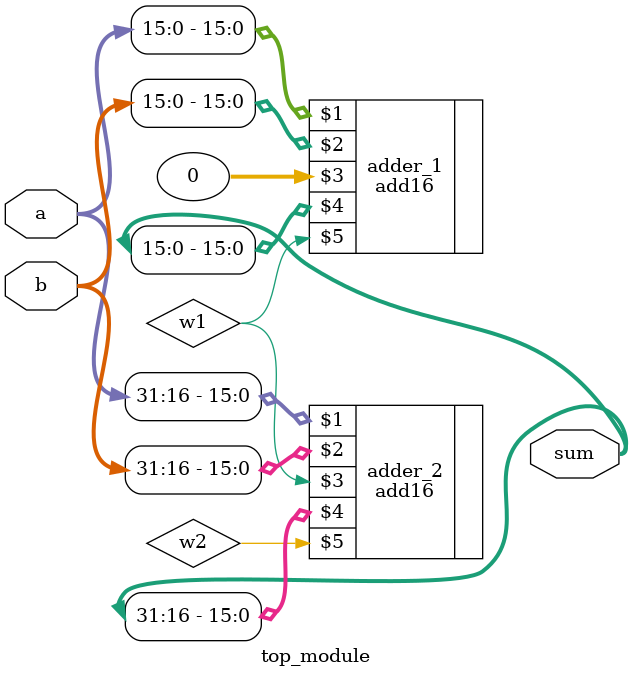
<source format=v>
/*
//Question: 
You are given a module add16 that performs a 16-bit addition. 
Instantiate two of them to create a 32-bit adder. One add16 module 
computes the lower 16 bits of the addition result, while the second 
add16 module computes the upper 16 bits of the result, after receiving 
the carry-out from the first adder. Your 32-bit adder does not need to
 handle carry-in (assume 0) or carry-out (ignored), but the internal 
 modules need to in order to function correctly. (In other words, the 
 add16 module performs 16-bit a + b + cin, while your module performs 
 32-bit a + b).

Connect the modules together as shown in the diagram below. The provided
 module add16 has the following declaration:

module add16 ( input[15:0] a, input[15:0] b, input cin, output[15:0] 
sum, output cout );



*/


//solutions
module top_module(
    input [31:0] a,
    input [31:0] b,
    output [31:0] sum
);
    wire w1, w2;
    add16 adder_1(a[15:0], b[15:0], 0, sum[15:0], w1);
    add16 adder_2(a[31:16], b[31:16], w1, sum[31:16], w2);

endmodule

</source>
